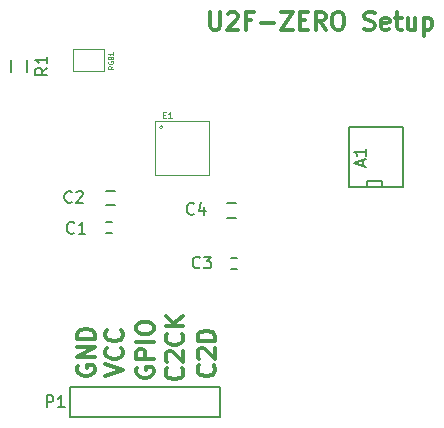
<source format=gto>
G04 #@! TF.FileFunction,Legend,Top*
%FSLAX46Y46*%
G04 Gerber Fmt 4.6, Leading zero omitted, Abs format (unit mm)*
G04 Created by KiCad (PCBNEW 4.0.1-3.201512221402+6198~38~ubuntu15.04.1-stable) date Mon 04 Jan 2016 10:21:23 PM EST*
%MOMM*%
G01*
G04 APERTURE LIST*
%ADD10C,0.100000*%
%ADD11C,0.300000*%
%ADD12C,0.150000*%
%ADD13C,0.030000*%
G04 APERTURE END LIST*
D10*
D11*
X178642858Y-78678571D02*
X178642858Y-79892857D01*
X178714286Y-80035714D01*
X178785715Y-80107143D01*
X178928572Y-80178571D01*
X179214286Y-80178571D01*
X179357144Y-80107143D01*
X179428572Y-80035714D01*
X179500001Y-79892857D01*
X179500001Y-78678571D01*
X180142858Y-78821429D02*
X180214287Y-78750000D01*
X180357144Y-78678571D01*
X180714287Y-78678571D01*
X180857144Y-78750000D01*
X180928573Y-78821429D01*
X181000001Y-78964286D01*
X181000001Y-79107143D01*
X180928573Y-79321429D01*
X180071430Y-80178571D01*
X181000001Y-80178571D01*
X182142858Y-79392857D02*
X181642858Y-79392857D01*
X181642858Y-80178571D02*
X181642858Y-78678571D01*
X182357144Y-78678571D01*
X182928572Y-79607143D02*
X184071429Y-79607143D01*
X184642858Y-78678571D02*
X185642858Y-78678571D01*
X184642858Y-80178571D01*
X185642858Y-80178571D01*
X186214286Y-79392857D02*
X186714286Y-79392857D01*
X186928572Y-80178571D02*
X186214286Y-80178571D01*
X186214286Y-78678571D01*
X186928572Y-78678571D01*
X188428572Y-80178571D02*
X187928572Y-79464286D01*
X187571429Y-80178571D02*
X187571429Y-78678571D01*
X188142857Y-78678571D01*
X188285715Y-78750000D01*
X188357143Y-78821429D01*
X188428572Y-78964286D01*
X188428572Y-79178571D01*
X188357143Y-79321429D01*
X188285715Y-79392857D01*
X188142857Y-79464286D01*
X187571429Y-79464286D01*
X189357143Y-78678571D02*
X189642857Y-78678571D01*
X189785715Y-78750000D01*
X189928572Y-78892857D01*
X190000000Y-79178571D01*
X190000000Y-79678571D01*
X189928572Y-79964286D01*
X189785715Y-80107143D01*
X189642857Y-80178571D01*
X189357143Y-80178571D01*
X189214286Y-80107143D01*
X189071429Y-79964286D01*
X189000000Y-79678571D01*
X189000000Y-79178571D01*
X189071429Y-78892857D01*
X189214286Y-78750000D01*
X189357143Y-78678571D01*
X191714286Y-80107143D02*
X191928572Y-80178571D01*
X192285715Y-80178571D01*
X192428572Y-80107143D01*
X192500001Y-80035714D01*
X192571429Y-79892857D01*
X192571429Y-79750000D01*
X192500001Y-79607143D01*
X192428572Y-79535714D01*
X192285715Y-79464286D01*
X192000001Y-79392857D01*
X191857143Y-79321429D01*
X191785715Y-79250000D01*
X191714286Y-79107143D01*
X191714286Y-78964286D01*
X191785715Y-78821429D01*
X191857143Y-78750000D01*
X192000001Y-78678571D01*
X192357143Y-78678571D01*
X192571429Y-78750000D01*
X193785714Y-80107143D02*
X193642857Y-80178571D01*
X193357143Y-80178571D01*
X193214286Y-80107143D01*
X193142857Y-79964286D01*
X193142857Y-79392857D01*
X193214286Y-79250000D01*
X193357143Y-79178571D01*
X193642857Y-79178571D01*
X193785714Y-79250000D01*
X193857143Y-79392857D01*
X193857143Y-79535714D01*
X193142857Y-79678571D01*
X194285714Y-79178571D02*
X194857143Y-79178571D01*
X194500000Y-78678571D02*
X194500000Y-79964286D01*
X194571428Y-80107143D01*
X194714286Y-80178571D01*
X194857143Y-80178571D01*
X196000000Y-79178571D02*
X196000000Y-80178571D01*
X195357143Y-79178571D02*
X195357143Y-79964286D01*
X195428571Y-80107143D01*
X195571429Y-80178571D01*
X195785714Y-80178571D01*
X195928571Y-80107143D01*
X196000000Y-80035714D01*
X196714286Y-79178571D02*
X196714286Y-80678571D01*
X196714286Y-79250000D02*
X196857143Y-79178571D01*
X197142857Y-79178571D01*
X197285714Y-79250000D01*
X197357143Y-79321429D01*
X197428572Y-79464286D01*
X197428572Y-79892857D01*
X197357143Y-80035714D01*
X197285714Y-80107143D01*
X197142857Y-80178571D01*
X196857143Y-80178571D01*
X196714286Y-80107143D01*
X167450000Y-108642857D02*
X167378571Y-108785714D01*
X167378571Y-109000000D01*
X167450000Y-109214285D01*
X167592857Y-109357143D01*
X167735714Y-109428571D01*
X168021429Y-109500000D01*
X168235714Y-109500000D01*
X168521429Y-109428571D01*
X168664286Y-109357143D01*
X168807143Y-109214285D01*
X168878571Y-109000000D01*
X168878571Y-108857143D01*
X168807143Y-108642857D01*
X168735714Y-108571428D01*
X168235714Y-108571428D01*
X168235714Y-108857143D01*
X168878571Y-107928571D02*
X167378571Y-107928571D01*
X168878571Y-107071428D01*
X167378571Y-107071428D01*
X168878571Y-106357142D02*
X167378571Y-106357142D01*
X167378571Y-105999999D01*
X167450000Y-105785714D01*
X167592857Y-105642856D01*
X167735714Y-105571428D01*
X168021429Y-105499999D01*
X168235714Y-105499999D01*
X168521429Y-105571428D01*
X168664286Y-105642856D01*
X168807143Y-105785714D01*
X168878571Y-105999999D01*
X168878571Y-106357142D01*
X178935714Y-108599999D02*
X179007143Y-108671428D01*
X179078571Y-108885714D01*
X179078571Y-109028571D01*
X179007143Y-109242856D01*
X178864286Y-109385714D01*
X178721429Y-109457142D01*
X178435714Y-109528571D01*
X178221429Y-109528571D01*
X177935714Y-109457142D01*
X177792857Y-109385714D01*
X177650000Y-109242856D01*
X177578571Y-109028571D01*
X177578571Y-108885714D01*
X177650000Y-108671428D01*
X177721429Y-108599999D01*
X177721429Y-108028571D02*
X177650000Y-107957142D01*
X177578571Y-107814285D01*
X177578571Y-107457142D01*
X177650000Y-107314285D01*
X177721429Y-107242856D01*
X177864286Y-107171428D01*
X178007143Y-107171428D01*
X178221429Y-107242856D01*
X179078571Y-108099999D01*
X179078571Y-107171428D01*
X179078571Y-106528571D02*
X177578571Y-106528571D01*
X177578571Y-106171428D01*
X177650000Y-105957143D01*
X177792857Y-105814285D01*
X177935714Y-105742857D01*
X178221429Y-105671428D01*
X178435714Y-105671428D01*
X178721429Y-105742857D01*
X178864286Y-105814285D01*
X179007143Y-105957143D01*
X179078571Y-106171428D01*
X179078571Y-106528571D01*
X176235714Y-108849999D02*
X176307143Y-108921428D01*
X176378571Y-109135714D01*
X176378571Y-109278571D01*
X176307143Y-109492856D01*
X176164286Y-109635714D01*
X176021429Y-109707142D01*
X175735714Y-109778571D01*
X175521429Y-109778571D01*
X175235714Y-109707142D01*
X175092857Y-109635714D01*
X174950000Y-109492856D01*
X174878571Y-109278571D01*
X174878571Y-109135714D01*
X174950000Y-108921428D01*
X175021429Y-108849999D01*
X175021429Y-108278571D02*
X174950000Y-108207142D01*
X174878571Y-108064285D01*
X174878571Y-107707142D01*
X174950000Y-107564285D01*
X175021429Y-107492856D01*
X175164286Y-107421428D01*
X175307143Y-107421428D01*
X175521429Y-107492856D01*
X176378571Y-108349999D01*
X176378571Y-107421428D01*
X176235714Y-105921428D02*
X176307143Y-105992857D01*
X176378571Y-106207143D01*
X176378571Y-106350000D01*
X176307143Y-106564285D01*
X176164286Y-106707143D01*
X176021429Y-106778571D01*
X175735714Y-106850000D01*
X175521429Y-106850000D01*
X175235714Y-106778571D01*
X175092857Y-106707143D01*
X174950000Y-106564285D01*
X174878571Y-106350000D01*
X174878571Y-106207143D01*
X174950000Y-105992857D01*
X175021429Y-105921428D01*
X176378571Y-105278571D02*
X174878571Y-105278571D01*
X176378571Y-104421428D02*
X175521429Y-105064285D01*
X174878571Y-104421428D02*
X175735714Y-105278571D01*
X172450000Y-108800000D02*
X172378571Y-108942857D01*
X172378571Y-109157143D01*
X172450000Y-109371428D01*
X172592857Y-109514286D01*
X172735714Y-109585714D01*
X173021429Y-109657143D01*
X173235714Y-109657143D01*
X173521429Y-109585714D01*
X173664286Y-109514286D01*
X173807143Y-109371428D01*
X173878571Y-109157143D01*
X173878571Y-109014286D01*
X173807143Y-108800000D01*
X173735714Y-108728571D01*
X173235714Y-108728571D01*
X173235714Y-109014286D01*
X173878571Y-108085714D02*
X172378571Y-108085714D01*
X172378571Y-107514286D01*
X172450000Y-107371428D01*
X172521429Y-107300000D01*
X172664286Y-107228571D01*
X172878571Y-107228571D01*
X173021429Y-107300000D01*
X173092857Y-107371428D01*
X173164286Y-107514286D01*
X173164286Y-108085714D01*
X173878571Y-106585714D02*
X172378571Y-106585714D01*
X172378571Y-105585714D02*
X172378571Y-105300000D01*
X172450000Y-105157142D01*
X172592857Y-105014285D01*
X172878571Y-104942857D01*
X173378571Y-104942857D01*
X173664286Y-105014285D01*
X173807143Y-105157142D01*
X173878571Y-105300000D01*
X173878571Y-105585714D01*
X173807143Y-105728571D01*
X173664286Y-105871428D01*
X173378571Y-105942857D01*
X172878571Y-105942857D01*
X172592857Y-105871428D01*
X172450000Y-105728571D01*
X172378571Y-105585714D01*
X169778571Y-109500000D02*
X171278571Y-109000000D01*
X169778571Y-108500000D01*
X171135714Y-107142857D02*
X171207143Y-107214286D01*
X171278571Y-107428572D01*
X171278571Y-107571429D01*
X171207143Y-107785714D01*
X171064286Y-107928572D01*
X170921429Y-108000000D01*
X170635714Y-108071429D01*
X170421429Y-108071429D01*
X170135714Y-108000000D01*
X169992857Y-107928572D01*
X169850000Y-107785714D01*
X169778571Y-107571429D01*
X169778571Y-107428572D01*
X169850000Y-107214286D01*
X169921429Y-107142857D01*
X171135714Y-105642857D02*
X171207143Y-105714286D01*
X171278571Y-105928572D01*
X171278571Y-106071429D01*
X171207143Y-106285714D01*
X171064286Y-106428572D01*
X170921429Y-106500000D01*
X170635714Y-106571429D01*
X170421429Y-106571429D01*
X170135714Y-106500000D01*
X169992857Y-106428572D01*
X169850000Y-106285714D01*
X169778571Y-106071429D01*
X169778571Y-105928572D01*
X169850000Y-105714286D01*
X169921429Y-105642857D01*
D12*
X190364000Y-93540000D02*
X190364000Y-88460000D01*
X190364000Y-88460000D02*
X194936000Y-88460000D01*
X194936000Y-88460000D02*
X194936000Y-93540000D01*
X194936000Y-93540000D02*
X190364000Y-93540000D01*
X191888000Y-93540000D02*
X191888000Y-93032000D01*
X191888000Y-93032000D02*
X193158000Y-93032000D01*
X193158000Y-93032000D02*
X193158000Y-93540000D01*
X170350000Y-96475000D02*
X169850000Y-96475000D01*
X169850000Y-97425000D02*
X170350000Y-97425000D01*
X169850000Y-93850000D02*
X170550000Y-93850000D01*
X170550000Y-95050000D02*
X169850000Y-95050000D01*
X180400000Y-100475000D02*
X180900000Y-100475000D01*
X180900000Y-99525000D02*
X180400000Y-99525000D01*
X180800000Y-96100000D02*
X180100000Y-96100000D01*
X180100000Y-94900000D02*
X180800000Y-94900000D01*
D13*
X174656422Y-88450000D02*
G75*
G03X174656422Y-88450000I-141421J0D01*
G01*
X174015001Y-87950000D02*
X178515001Y-87950000D01*
X178515001Y-87950000D02*
X178515001Y-92450000D01*
X178515001Y-92450000D02*
X174015001Y-92450000D01*
X174015001Y-92450000D02*
X174015001Y-87950000D01*
D12*
X161825000Y-83750000D02*
X161825000Y-82750000D01*
X163175000Y-82750000D02*
X163175000Y-83750000D01*
D13*
X169685000Y-81792000D02*
X169685000Y-83697000D01*
X169685000Y-83697000D02*
X167018000Y-83697000D01*
X167018000Y-83697000D02*
X167018000Y-81792000D01*
X167018000Y-81792000D02*
X169685000Y-81792000D01*
D12*
X166810000Y-110430000D02*
X179510000Y-110430000D01*
X179510000Y-110430000D02*
X179510000Y-112970000D01*
X179510000Y-112970000D02*
X166810000Y-112970000D01*
X166810000Y-112970000D02*
X166810000Y-110430000D01*
X191546667Y-91714286D02*
X191546667Y-91238095D01*
X191832381Y-91809524D02*
X190832381Y-91476191D01*
X191832381Y-91142857D01*
X191832381Y-90285714D02*
X191832381Y-90857143D01*
X191832381Y-90571429D02*
X190832381Y-90571429D01*
X190975238Y-90666667D01*
X191070476Y-90761905D01*
X191118095Y-90857143D01*
X167133334Y-97357143D02*
X167085715Y-97404762D01*
X166942858Y-97452381D01*
X166847620Y-97452381D01*
X166704762Y-97404762D01*
X166609524Y-97309524D01*
X166561905Y-97214286D01*
X166514286Y-97023810D01*
X166514286Y-96880952D01*
X166561905Y-96690476D01*
X166609524Y-96595238D01*
X166704762Y-96500000D01*
X166847620Y-96452381D01*
X166942858Y-96452381D01*
X167085715Y-96500000D01*
X167133334Y-96547619D01*
X168085715Y-97452381D02*
X167514286Y-97452381D01*
X167800000Y-97452381D02*
X167800000Y-96452381D01*
X167704762Y-96595238D01*
X167609524Y-96690476D01*
X167514286Y-96738095D01*
X166933334Y-94757143D02*
X166885715Y-94804762D01*
X166742858Y-94852381D01*
X166647620Y-94852381D01*
X166504762Y-94804762D01*
X166409524Y-94709524D01*
X166361905Y-94614286D01*
X166314286Y-94423810D01*
X166314286Y-94280952D01*
X166361905Y-94090476D01*
X166409524Y-93995238D01*
X166504762Y-93900000D01*
X166647620Y-93852381D01*
X166742858Y-93852381D01*
X166885715Y-93900000D01*
X166933334Y-93947619D01*
X167314286Y-93947619D02*
X167361905Y-93900000D01*
X167457143Y-93852381D01*
X167695239Y-93852381D01*
X167790477Y-93900000D01*
X167838096Y-93947619D01*
X167885715Y-94042857D01*
X167885715Y-94138095D01*
X167838096Y-94280952D01*
X167266667Y-94852381D01*
X167885715Y-94852381D01*
X177783334Y-100307143D02*
X177735715Y-100354762D01*
X177592858Y-100402381D01*
X177497620Y-100402381D01*
X177354762Y-100354762D01*
X177259524Y-100259524D01*
X177211905Y-100164286D01*
X177164286Y-99973810D01*
X177164286Y-99830952D01*
X177211905Y-99640476D01*
X177259524Y-99545238D01*
X177354762Y-99450000D01*
X177497620Y-99402381D01*
X177592858Y-99402381D01*
X177735715Y-99450000D01*
X177783334Y-99497619D01*
X178116667Y-99402381D02*
X178735715Y-99402381D01*
X178402381Y-99783333D01*
X178545239Y-99783333D01*
X178640477Y-99830952D01*
X178688096Y-99878571D01*
X178735715Y-99973810D01*
X178735715Y-100211905D01*
X178688096Y-100307143D01*
X178640477Y-100354762D01*
X178545239Y-100402381D01*
X178259524Y-100402381D01*
X178164286Y-100354762D01*
X178116667Y-100307143D01*
X177283334Y-95757143D02*
X177235715Y-95804762D01*
X177092858Y-95852381D01*
X176997620Y-95852381D01*
X176854762Y-95804762D01*
X176759524Y-95709524D01*
X176711905Y-95614286D01*
X176664286Y-95423810D01*
X176664286Y-95280952D01*
X176711905Y-95090476D01*
X176759524Y-94995238D01*
X176854762Y-94900000D01*
X176997620Y-94852381D01*
X177092858Y-94852381D01*
X177235715Y-94900000D01*
X177283334Y-94947619D01*
X178140477Y-95185714D02*
X178140477Y-95852381D01*
X177902381Y-94804762D02*
X177664286Y-95519048D01*
X178283334Y-95519048D01*
D10*
X174669764Y-87414286D02*
X174836430Y-87414286D01*
X174907859Y-87676190D02*
X174669764Y-87676190D01*
X174669764Y-87176190D01*
X174907859Y-87176190D01*
X175384049Y-87676190D02*
X175098335Y-87676190D01*
X175241192Y-87676190D02*
X175241192Y-87176190D01*
X175193573Y-87247619D01*
X175145954Y-87295238D01*
X175098335Y-87319048D01*
D12*
X164852381Y-83416666D02*
X164376190Y-83750000D01*
X164852381Y-83988095D02*
X163852381Y-83988095D01*
X163852381Y-83607142D01*
X163900000Y-83511904D01*
X163947619Y-83464285D01*
X164042857Y-83416666D01*
X164185714Y-83416666D01*
X164280952Y-83464285D01*
X164328571Y-83511904D01*
X164376190Y-83607142D01*
X164376190Y-83988095D01*
X164852381Y-82464285D02*
X164852381Y-83035714D01*
X164852381Y-82750000D02*
X163852381Y-82750000D01*
X163995238Y-82845238D01*
X164090476Y-82940476D01*
X164138095Y-83035714D01*
D10*
X170419672Y-83272126D02*
X170229196Y-83405460D01*
X170419672Y-83500698D02*
X170019672Y-83500698D01*
X170019672Y-83348317D01*
X170038720Y-83310222D01*
X170057768Y-83291174D01*
X170095863Y-83272126D01*
X170153006Y-83272126D01*
X170191101Y-83291174D01*
X170210149Y-83310222D01*
X170229196Y-83348317D01*
X170229196Y-83500698D01*
X170038720Y-82891174D02*
X170019672Y-82929269D01*
X170019672Y-82986412D01*
X170038720Y-83043555D01*
X170076815Y-83081650D01*
X170114910Y-83100698D01*
X170191101Y-83119746D01*
X170248244Y-83119746D01*
X170324434Y-83100698D01*
X170362530Y-83081650D01*
X170400625Y-83043555D01*
X170419672Y-82986412D01*
X170419672Y-82948317D01*
X170400625Y-82891174D01*
X170381577Y-82872126D01*
X170248244Y-82872126D01*
X170248244Y-82948317D01*
X170210149Y-82567365D02*
X170229196Y-82510222D01*
X170248244Y-82491174D01*
X170286339Y-82472126D01*
X170343482Y-82472126D01*
X170381577Y-82491174D01*
X170400625Y-82510222D01*
X170419672Y-82548317D01*
X170419672Y-82700698D01*
X170019672Y-82700698D01*
X170019672Y-82567365D01*
X170038720Y-82529269D01*
X170057768Y-82510222D01*
X170095863Y-82491174D01*
X170133958Y-82491174D01*
X170172053Y-82510222D01*
X170191101Y-82529269D01*
X170210149Y-82567365D01*
X170210149Y-82700698D01*
X170419672Y-82091174D02*
X170419672Y-82319746D01*
X170419672Y-82205460D02*
X170019672Y-82205460D01*
X170076815Y-82243555D01*
X170114910Y-82281650D01*
X170133958Y-82319746D01*
D12*
X164801905Y-112152381D02*
X164801905Y-111152381D01*
X165182858Y-111152381D01*
X165278096Y-111200000D01*
X165325715Y-111247619D01*
X165373334Y-111342857D01*
X165373334Y-111485714D01*
X165325715Y-111580952D01*
X165278096Y-111628571D01*
X165182858Y-111676190D01*
X164801905Y-111676190D01*
X166325715Y-112152381D02*
X165754286Y-112152381D01*
X166040000Y-112152381D02*
X166040000Y-111152381D01*
X165944762Y-111295238D01*
X165849524Y-111390476D01*
X165754286Y-111438095D01*
M02*

</source>
